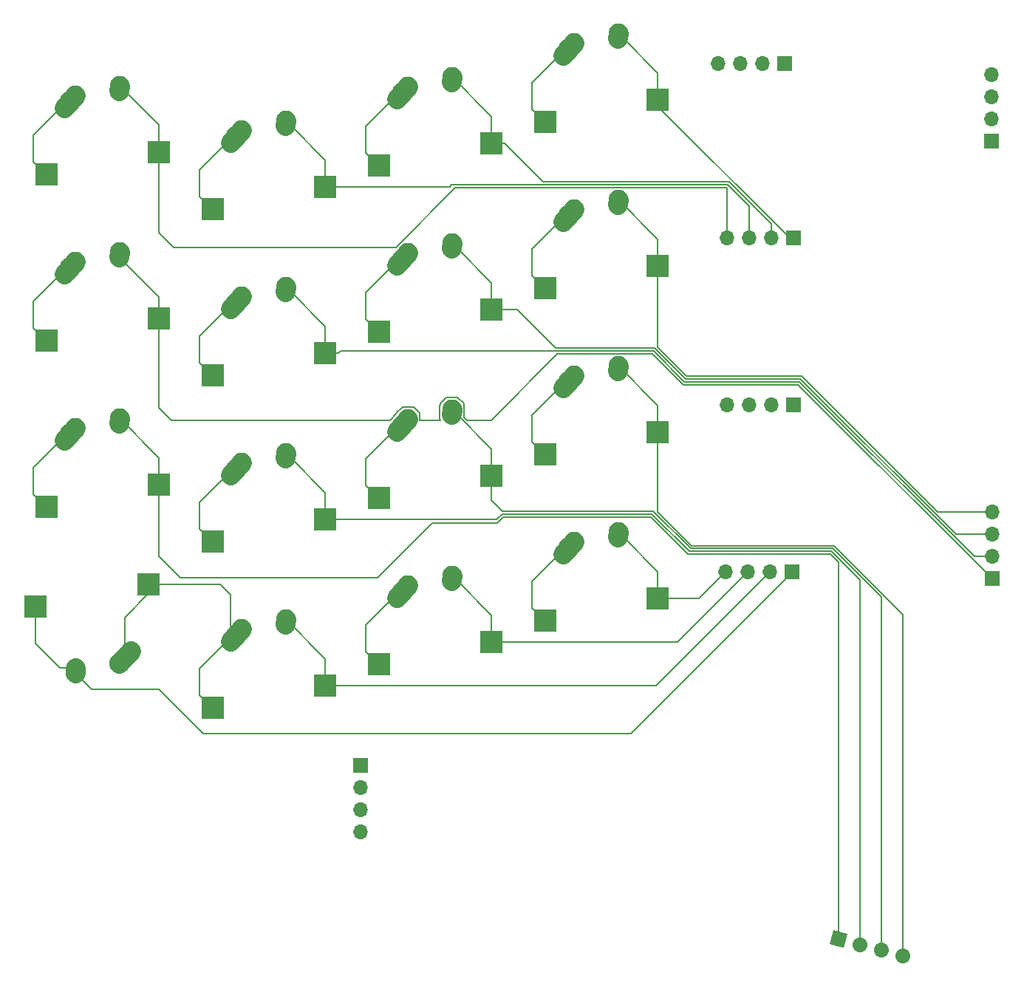
<source format=gbr>
G04 #@! TF.GenerationSoftware,KiCad,Pcbnew,(5.1.4)-1*
G04 #@! TF.CreationDate,2023-02-10T21:14:21-05:00*
G04 #@! TF.ProjectId,ThumbsUp,5468756d-6273-4557-902e-6b696361645f,rev?*
G04 #@! TF.SameCoordinates,Original*
G04 #@! TF.FileFunction,Copper,L2,Bot*
G04 #@! TF.FilePolarity,Positive*
%FSLAX46Y46*%
G04 Gerber Fmt 4.6, Leading zero omitted, Abs format (unit mm)*
G04 Created by KiCad (PCBNEW (5.1.4)-1) date 2023-02-10 21:14:21*
%MOMM*%
%LPD*%
G04 APERTURE LIST*
%ADD10O,1.700000X1.700000*%
%ADD11R,1.700000X1.700000*%
%ADD12R,2.550000X2.500000*%
%ADD13C,2.250000*%
%ADD14C,2.250000*%
%ADD15C,1.700000*%
%ADD16C,1.700000*%
%ADD17C,0.100000*%
%ADD18C,0.200000*%
%ADD19C,0.250000*%
G04 APERTURE END LIST*
D10*
X95876974Y-556520972D03*
X98416974Y-556520972D03*
X100956974Y-556520972D03*
D11*
X103496974Y-556520972D03*
D10*
X126440599Y-549724893D03*
X126440599Y-552264893D03*
X126440599Y-554804893D03*
D11*
X126440599Y-557344893D03*
D10*
X96034161Y-537435202D03*
X98574161Y-537435202D03*
X101114161Y-537435202D03*
D11*
X103654161Y-537435202D03*
D10*
X96016291Y-518315542D03*
X98556291Y-518315542D03*
X101096291Y-518315542D03*
D11*
X103636291Y-518315542D03*
D12*
X69067790Y-564602952D03*
X56140790Y-567142952D03*
D13*
X59482790Y-558062952D03*
X58827791Y-558792952D03*
D14*
X58172790Y-559522952D02*
X59482792Y-558062952D01*
D13*
X64522790Y-556982952D03*
X64502790Y-557272952D03*
D14*
X64482790Y-557562952D02*
X64522790Y-556982952D01*
D12*
X88117790Y-521502952D03*
X75190790Y-524042952D03*
D13*
X78532790Y-514962952D03*
X77877791Y-515692952D03*
D14*
X77222790Y-516422952D02*
X78532792Y-514962952D01*
D13*
X83572790Y-513882952D03*
X83552790Y-514172952D03*
D14*
X83532790Y-514462952D02*
X83572790Y-513882952D01*
D12*
X50017789Y-569602952D03*
X37090789Y-572142952D03*
D13*
X40432789Y-563062952D03*
X39777790Y-563792952D03*
D14*
X39122789Y-564522952D02*
X40432791Y-563062952D01*
D13*
X45472789Y-561982952D03*
X45452789Y-562272952D03*
D14*
X45432789Y-562562952D02*
X45472789Y-561982952D01*
D12*
X88117789Y-540552952D03*
X75190789Y-543092952D03*
D13*
X78532789Y-534012952D03*
X77877790Y-534742952D03*
D14*
X77222789Y-535472952D02*
X78532791Y-534012952D01*
D13*
X83572789Y-532932952D03*
X83552789Y-533222952D03*
D14*
X83532789Y-533512952D02*
X83572789Y-532932952D01*
D12*
X69067789Y-526502953D03*
X56140789Y-529042953D03*
D13*
X59482789Y-519962953D03*
X58827790Y-520692953D03*
D14*
X58172789Y-521422953D02*
X59482791Y-519962953D01*
D13*
X64522789Y-518882953D03*
X64502789Y-519172953D03*
D14*
X64482789Y-519462953D02*
X64522789Y-518882953D01*
D12*
X16797789Y-560522952D03*
X29724789Y-557982952D03*
D13*
X26382789Y-567062952D03*
X27037788Y-566332952D03*
D14*
X27692789Y-565602952D02*
X26382787Y-567062952D01*
D13*
X21342789Y-568142952D03*
X21362789Y-567852952D03*
D14*
X21382789Y-567562952D02*
X21342789Y-568142952D01*
D12*
X30967789Y-527502953D03*
X18040789Y-530042953D03*
D13*
X21382789Y-520962953D03*
X20727790Y-521692953D03*
D14*
X20072789Y-522422953D02*
X21382791Y-520962953D01*
D13*
X26422789Y-519882953D03*
X26402789Y-520172953D03*
D14*
X26382789Y-520462953D02*
X26422789Y-519882953D01*
D12*
X88117789Y-559602952D03*
X75190789Y-562142952D03*
D13*
X78532789Y-553062952D03*
X77877790Y-553792952D03*
D14*
X77222789Y-554522952D02*
X78532791Y-553062952D01*
D13*
X83572789Y-551982952D03*
X83552789Y-552272952D03*
D14*
X83532789Y-552562952D02*
X83572789Y-551982952D01*
D12*
X30967790Y-546552952D03*
X18040790Y-549092952D03*
D13*
X21382790Y-540012952D03*
X20727791Y-540742952D03*
D14*
X20072790Y-541472952D02*
X21382792Y-540012952D01*
D13*
X26422790Y-538932952D03*
X26402790Y-539222952D03*
D14*
X26382790Y-539512952D02*
X26422790Y-538932952D01*
D12*
X69067789Y-545552952D03*
X56140789Y-548092952D03*
D13*
X59482789Y-539012952D03*
X58827790Y-539742952D03*
D14*
X58172789Y-540472952D02*
X59482791Y-539012952D01*
D13*
X64522789Y-537932952D03*
X64502789Y-538222952D03*
D14*
X64482789Y-538512952D02*
X64522789Y-537932952D01*
D10*
X126376095Y-499598305D03*
X126376095Y-502138305D03*
X126376095Y-504678305D03*
D11*
X126376095Y-507218305D03*
D10*
X54032789Y-586312952D03*
X54032789Y-583772952D03*
X54032789Y-581232952D03*
D11*
X54032789Y-578692952D03*
D15*
X116193145Y-600585153D03*
D16*
X116193145Y-600585153D02*
X116193145Y-600585153D01*
D15*
X113739693Y-599927753D03*
D16*
X113739693Y-599927753D02*
X113739693Y-599927753D01*
D15*
X111286242Y-599270352D03*
D16*
X111286242Y-599270352D02*
X111286242Y-599270352D01*
D15*
X108832790Y-598612952D03*
D17*
G36*
X109433831Y-599653985D02*
G01*
X107791757Y-599213993D01*
X108231749Y-597571919D01*
X109873823Y-598011911D01*
X109433831Y-599653985D01*
X109433831Y-599653985D01*
G37*
D12*
X50017790Y-550552952D03*
X37090790Y-553092952D03*
D13*
X40432790Y-544012952D03*
X39777791Y-544742952D03*
D14*
X39122790Y-545472952D02*
X40432792Y-544012952D01*
D13*
X45472790Y-542932952D03*
X45452790Y-543222952D03*
D14*
X45432790Y-543512952D02*
X45472790Y-542932952D01*
D10*
X95016291Y-498315542D03*
X97556291Y-498315542D03*
X100096291Y-498315542D03*
D11*
X102636291Y-498315542D03*
D12*
X50017789Y-531502952D03*
X37090789Y-534042952D03*
D13*
X40432789Y-524962952D03*
X39777790Y-525692952D03*
D14*
X39122789Y-526422952D02*
X40432791Y-524962952D01*
D13*
X45472789Y-523882952D03*
X45452789Y-524172952D03*
D14*
X45432789Y-524462952D02*
X45472789Y-523882952D01*
D12*
X69067789Y-507440000D03*
X56140789Y-509980000D03*
D13*
X59482789Y-500900000D03*
X58827790Y-501630000D03*
D14*
X58172789Y-502360000D02*
X59482791Y-500900000D01*
D13*
X64522789Y-499820000D03*
X64502789Y-500110000D03*
D14*
X64482789Y-500400000D02*
X64522789Y-499820000D01*
D12*
X50017789Y-512440000D03*
X37090789Y-514980000D03*
D13*
X40432789Y-505900000D03*
X39777790Y-506630000D03*
D14*
X39122789Y-507360000D02*
X40432791Y-505900000D01*
D13*
X45472789Y-504820000D03*
X45452789Y-505110000D03*
D14*
X45432789Y-505400000D02*
X45472789Y-504820000D01*
D12*
X88117790Y-502440000D03*
X75190790Y-504980000D03*
D13*
X78532790Y-495900000D03*
X77877791Y-496630000D03*
D14*
X77222790Y-497360000D02*
X78532792Y-495900000D01*
D13*
X83572790Y-494820000D03*
X83552790Y-495110000D03*
D14*
X83532790Y-495400000D02*
X83572790Y-494820000D01*
D12*
X30967789Y-508440000D03*
X18040789Y-510980000D03*
D13*
X21382789Y-501900000D03*
X20727790Y-502630000D03*
D14*
X20072789Y-503360000D02*
X21382791Y-501900000D01*
D13*
X26422789Y-500820000D03*
X26402789Y-501110000D03*
D14*
X26382789Y-501400000D02*
X26422789Y-500820000D01*
D18*
X88117789Y-537477952D02*
X83572789Y-532932952D01*
X91987386Y-553550000D02*
X88117789Y-549680401D01*
X108287389Y-553550000D02*
X91987386Y-553550000D01*
X116193145Y-561455756D02*
X108287389Y-553550000D01*
X116193145Y-600585153D02*
X116193145Y-561455756D01*
X88117789Y-542002952D02*
X88117789Y-540552952D01*
X88117789Y-540552952D02*
X88117789Y-537477952D01*
X88117789Y-549680401D02*
X88117789Y-542002952D01*
X91851935Y-553877011D02*
X87570905Y-549595979D01*
X108151937Y-553877011D02*
X91851935Y-553877011D01*
X70295979Y-549595979D02*
X69050000Y-548350000D01*
X87570905Y-549595979D02*
X70295979Y-549595979D01*
X113739693Y-599927753D02*
X113739693Y-559464767D01*
X113739693Y-559464767D02*
X108151937Y-553877011D01*
X69067789Y-545552952D02*
X69067789Y-542477952D01*
X69067789Y-542477952D02*
X65102789Y-538512952D01*
X69050000Y-545552952D02*
X69067789Y-545552952D01*
X65102789Y-538512952D02*
X64482789Y-538512952D01*
X69050000Y-548350000D02*
X69050000Y-545552952D01*
X70264548Y-549922989D02*
X69634586Y-550552952D01*
X91716484Y-554204022D02*
X87435451Y-549922989D01*
X51492790Y-550552952D02*
X50017790Y-550552952D01*
X87435451Y-549922989D02*
X70264548Y-549922989D01*
X108016485Y-554204022D02*
X91716484Y-554204022D01*
X69634586Y-550552952D02*
X51492790Y-550552952D01*
X46052790Y-543512952D02*
X45432790Y-543512952D01*
X111286242Y-599270352D02*
X111286242Y-557473779D01*
X50017790Y-550552952D02*
X50017790Y-547477952D01*
X50017790Y-547477952D02*
X46052790Y-543512952D01*
X111286242Y-557473779D02*
X108016485Y-554204022D01*
X108832790Y-598612952D02*
X108832790Y-555482790D01*
X56012000Y-557188000D02*
X33350000Y-557188000D01*
X30967790Y-554805790D02*
X30967790Y-548002952D01*
X69672989Y-550977011D02*
X62222989Y-550977011D01*
X30967790Y-543477952D02*
X26422790Y-538932952D01*
X70400000Y-550250000D02*
X69672989Y-550977011D01*
X30967790Y-546552952D02*
X30967790Y-543477952D01*
X91581032Y-554531033D02*
X87299999Y-550250000D01*
X30967790Y-548002952D02*
X30967790Y-546552952D01*
X87299999Y-550250000D02*
X70400000Y-550250000D01*
X107881033Y-554531033D02*
X91581032Y-554531033D01*
X33350000Y-557188000D02*
X30967790Y-554805790D01*
X62222989Y-550977011D02*
X56012000Y-557188000D01*
X108832790Y-555482790D02*
X107881033Y-554531033D01*
X58833828Y-537660951D02*
X58130788Y-538363991D01*
X91008000Y-535090000D02*
X87498951Y-531580951D01*
X63170788Y-537283991D02*
X63170788Y-537373191D01*
X63212073Y-539154000D02*
X60834790Y-539154000D01*
X104185706Y-535090000D02*
X91008000Y-535090000D01*
X30967789Y-528952953D02*
X30967789Y-527502953D01*
X65874790Y-537283991D02*
X65171750Y-536580951D01*
X76569049Y-531580951D02*
X68996000Y-539154000D01*
X63873828Y-536580951D02*
X63170788Y-537283991D01*
X58130788Y-538363991D02*
X58130788Y-538455249D01*
X63133445Y-537410534D02*
X63133445Y-539075372D01*
X30967789Y-525047953D02*
X30967789Y-527502953D01*
X63170788Y-537373191D02*
X63133445Y-537410534D01*
X65171750Y-536580951D02*
X63873828Y-536580951D01*
X63133445Y-539075372D02*
X63212073Y-539154000D01*
X87498951Y-531580951D02*
X76569049Y-531580951D01*
X30967789Y-537787789D02*
X30967789Y-528952953D01*
X60834790Y-538363991D02*
X60131750Y-537660951D01*
X32334000Y-539154000D02*
X30967789Y-537787789D01*
X26382789Y-520462953D02*
X30967789Y-525047953D01*
X58130788Y-538455249D02*
X57432037Y-539154000D01*
X65872133Y-538584570D02*
X65874790Y-538581913D01*
X126440599Y-557344893D02*
X104185706Y-535090000D01*
X60834790Y-539154000D02*
X60834790Y-538363991D01*
X65874790Y-538581913D02*
X65874790Y-537283991D01*
X57432037Y-539154000D02*
X32334000Y-539154000D01*
X66206297Y-539154000D02*
X65872133Y-538819836D01*
X65872133Y-538819836D02*
X65872133Y-538584570D01*
X68996000Y-539154000D02*
X66206297Y-539154000D01*
X60131750Y-537660951D02*
X58833828Y-537660951D01*
X87634403Y-531253940D02*
X51741800Y-531253941D01*
X124363061Y-554804893D02*
X104321158Y-534762989D01*
X104321158Y-534762989D02*
X91143451Y-534762989D01*
X51492789Y-531502952D02*
X50017789Y-531502952D01*
X91143451Y-534762989D02*
X87634403Y-531253940D01*
X126440599Y-554804893D02*
X124363061Y-554804893D01*
X50017789Y-528427952D02*
X46052789Y-524462952D01*
X50017789Y-531502952D02*
X50017789Y-528427952D01*
X46052789Y-524462952D02*
X45432789Y-524462952D01*
X51741800Y-531253941D02*
X51492789Y-531502952D01*
X91278902Y-534435978D02*
X87769855Y-530926930D01*
X70542789Y-526502953D02*
X69067789Y-526502953D01*
X122285524Y-552264893D02*
X104456610Y-534435978D01*
X104456610Y-534435978D02*
X91278902Y-534435978D01*
X76430930Y-530926930D02*
X72006953Y-526502953D01*
X69067789Y-523427953D02*
X65102789Y-519462953D01*
X65102789Y-519462953D02*
X64482789Y-519462953D01*
X126440599Y-552264893D02*
X122285524Y-552264893D01*
X72006953Y-526502953D02*
X70542789Y-526502953D01*
X69067789Y-526502953D02*
X69067789Y-523427953D01*
X87769855Y-530926930D02*
X76430930Y-530926930D01*
X120207989Y-549724893D02*
X104592062Y-534108967D01*
X88117790Y-521502952D02*
X88117790Y-518427952D01*
X88117790Y-518427952D02*
X83572790Y-513882952D01*
X88117790Y-522952952D02*
X88117790Y-521502952D01*
X88117790Y-530812403D02*
X88117790Y-522952952D01*
X91414353Y-534108967D02*
X88117790Y-530812403D01*
X104592062Y-534108967D02*
X91414353Y-534108967D01*
X126440599Y-549724893D02*
X120207989Y-549724893D01*
X103636291Y-518315542D02*
X103235542Y-518315542D01*
X88117790Y-502440000D02*
X88117790Y-499365000D01*
X88117790Y-503197790D02*
X88117790Y-502440000D01*
X88117790Y-499365000D02*
X84152790Y-495400000D01*
X103235542Y-518315542D02*
X88117790Y-503197790D01*
X84152790Y-495400000D02*
X83532790Y-495400000D01*
X70542789Y-507442789D02*
X70542789Y-507440000D01*
X69067789Y-507440000D02*
X69067789Y-504365000D01*
X101096291Y-516686026D02*
X96287195Y-511876930D01*
X70542789Y-507440000D02*
X69067789Y-507440000D01*
X74976930Y-511876930D02*
X70542789Y-507442789D01*
X69067789Y-504365000D02*
X64522789Y-499820000D01*
X101096291Y-518315542D02*
X101096291Y-516686026D01*
X96287195Y-511876930D02*
X74976930Y-511876930D01*
X98556291Y-514608488D02*
X96151743Y-512203940D01*
X51492789Y-512440000D02*
X50017789Y-512440000D01*
X96151743Y-512203940D02*
X64496059Y-512203941D01*
X50017789Y-512440000D02*
X50017789Y-509365000D01*
X50017789Y-509365000D02*
X46052789Y-505400000D01*
X98556291Y-518315542D02*
X98556291Y-514608488D01*
X46052789Y-505400000D02*
X45432789Y-505400000D01*
X64260000Y-512440000D02*
X51492789Y-512440000D01*
X64496059Y-512203941D02*
X64260000Y-512440000D01*
X32588000Y-519342000D02*
X30967789Y-517721789D01*
X30967789Y-517721789D02*
X30967789Y-509890000D01*
X64913829Y-512530951D02*
X58102780Y-519342000D01*
X58102780Y-519342000D02*
X32588000Y-519342000D01*
X30967789Y-505365000D02*
X26422789Y-500820000D01*
X96016291Y-518315542D02*
X96016291Y-512530951D01*
X96016291Y-512530951D02*
X64913829Y-512530951D01*
X30967789Y-509890000D02*
X30967789Y-508440000D01*
X30967789Y-508440000D02*
X30967789Y-505365000D01*
X27000000Y-564910163D02*
X27000000Y-561760000D01*
X39122789Y-559150789D02*
X37954952Y-557982952D01*
X39122789Y-564522952D02*
X39122789Y-559150789D01*
X27692789Y-565602952D02*
X27000000Y-564910163D01*
X37954952Y-557982952D02*
X29724789Y-557982952D01*
X27000000Y-561760000D02*
X29724789Y-559035211D01*
X29724789Y-559035211D02*
X29724789Y-557982952D01*
X57811827Y-502360000D02*
X54665789Y-505506038D01*
X37065789Y-572142952D02*
X37090789Y-572142952D01*
X54665789Y-546642952D02*
X56115789Y-548092952D01*
X16565789Y-506506038D02*
X16565789Y-509530000D01*
X58172790Y-559522952D02*
X57811828Y-559522952D01*
X35615789Y-510506038D02*
X35615789Y-513530000D01*
X16565789Y-509530000D02*
X18015789Y-510980000D01*
X37065789Y-514980000D02*
X37090789Y-514980000D01*
X58172789Y-502360000D02*
X57811827Y-502360000D01*
X56115789Y-529042953D02*
X56140789Y-529042953D01*
X58172789Y-540472952D02*
X57811827Y-540472952D01*
X56115789Y-548092952D02*
X56140789Y-548092952D01*
X35615789Y-567668990D02*
X35615789Y-570692952D01*
X54665789Y-543618990D02*
X54665789Y-546642952D01*
X18015789Y-510980000D02*
X18040789Y-510980000D01*
X39122789Y-507360000D02*
X38761827Y-507360000D01*
X38761828Y-545472952D02*
X35615790Y-548618990D01*
X57811827Y-540472952D02*
X54665789Y-543618990D01*
X57811828Y-559522952D02*
X54665790Y-562668990D01*
X16565789Y-525568991D02*
X16565789Y-528592953D01*
X19711827Y-503360000D02*
X16565789Y-506506038D01*
X54665789Y-508530000D02*
X56115789Y-509980000D01*
X54665789Y-524568991D02*
X54665789Y-527592953D01*
X39122789Y-526422952D02*
X38761827Y-526422952D01*
X38761827Y-564522952D02*
X35615789Y-567668990D01*
X35615789Y-513530000D02*
X37065789Y-514980000D01*
X54665789Y-527592953D02*
X56115789Y-529042953D01*
X39122789Y-564522952D02*
X38761827Y-564522952D01*
X37065789Y-534042952D02*
X37090789Y-534042952D01*
X35615790Y-551642952D02*
X37065790Y-553092952D01*
X56115789Y-509980000D02*
X56140789Y-509980000D01*
X38761827Y-507360000D02*
X35615789Y-510506038D01*
X37065790Y-553092952D02*
X37090790Y-553092952D01*
X38761827Y-526422952D02*
X35615789Y-529568990D01*
X20072789Y-522422953D02*
X19711827Y-522422953D01*
X35615789Y-570692952D02*
X37065789Y-572142952D01*
X39122790Y-545472952D02*
X38761828Y-545472952D01*
X39122789Y-564522952D02*
X38727048Y-564522952D01*
X54665789Y-505506038D02*
X54665789Y-508530000D01*
X16565789Y-528592953D02*
X18015789Y-530042953D01*
X38727048Y-564522952D02*
X37647048Y-565602952D01*
X20072790Y-541472952D02*
X19711828Y-541472952D01*
X19711828Y-541472952D02*
X16565790Y-544618990D01*
X16565790Y-544618990D02*
X16565790Y-547642952D01*
X18015789Y-530042953D02*
X18040789Y-530042953D01*
X35615789Y-529568990D02*
X35615789Y-532592952D01*
X35615790Y-548618990D02*
X35615790Y-551642952D01*
X16565790Y-547642952D02*
X18015790Y-549092952D01*
X18015790Y-549092952D02*
X18040790Y-549092952D01*
X19711827Y-522422953D02*
X16565789Y-525568991D01*
X20072789Y-503360000D02*
X19711827Y-503360000D01*
X58172789Y-521422953D02*
X57811827Y-521422953D01*
X57811827Y-521422953D02*
X54665789Y-524568991D01*
X35615789Y-532592952D02*
X37065789Y-534042952D01*
D19*
X77944190Y-514112942D02*
X78075995Y-514244747D01*
D18*
X73715790Y-500506038D02*
X73715790Y-503530000D01*
X54665790Y-565692952D02*
X56115790Y-567142952D01*
X75165789Y-562142952D02*
X75190789Y-562142952D01*
D19*
X101114161Y-537435202D02*
X101114161Y-537985839D01*
D18*
X77222789Y-535472952D02*
X76861827Y-535472952D01*
X75165790Y-524042952D02*
X75190790Y-524042952D01*
X75165789Y-543092952D02*
X75190789Y-543092952D01*
X76861828Y-497360000D02*
X73715790Y-500506038D01*
X73715790Y-522592952D02*
X75165790Y-524042952D01*
X77222790Y-497360000D02*
X76861828Y-497360000D01*
X54665790Y-562668990D02*
X54665790Y-565692952D01*
X56115790Y-567142952D02*
X56140790Y-567142952D01*
X77222789Y-554522952D02*
X76861827Y-554522952D01*
X76861827Y-554522952D02*
X73715789Y-557668990D01*
X73715789Y-557668990D02*
X73715789Y-560692952D01*
X73715789Y-541642952D02*
X75165789Y-543092952D01*
X73715789Y-560692952D02*
X75165789Y-562142952D01*
X76861827Y-535472952D02*
X73715789Y-538618990D01*
X73715789Y-538618990D02*
X73715789Y-541642952D01*
X77222790Y-516422952D02*
X76861828Y-516422952D01*
X73715790Y-503530000D02*
X75165790Y-504980000D01*
X75165790Y-504980000D02*
X75190790Y-504980000D01*
X76861828Y-516422952D02*
X73715790Y-519568990D01*
X73715790Y-519568990D02*
X73715790Y-522592952D01*
X30967789Y-570017789D02*
X23217626Y-570017789D01*
X21382789Y-568182952D02*
X21382789Y-567562952D01*
X103496974Y-556603026D02*
X85050000Y-575050000D01*
X103496974Y-556520972D02*
X103496974Y-556603026D01*
X36000000Y-575050000D02*
X30967789Y-570017789D01*
X85050000Y-575050000D02*
X36000000Y-575050000D01*
X16797789Y-564747789D02*
X16797789Y-560522952D01*
X23217626Y-570017789D02*
X21382789Y-568182952D01*
X19612952Y-567562952D02*
X16797789Y-564747789D01*
X21382789Y-567562952D02*
X19612952Y-567562952D01*
X50017789Y-566527952D02*
X45472789Y-561982952D01*
X87874994Y-569602952D02*
X50017789Y-569602952D01*
X100956974Y-556520972D02*
X87874994Y-569602952D01*
X50017789Y-569602952D02*
X50017789Y-566527952D01*
X69067790Y-561527952D02*
X65102790Y-557562952D01*
X90334994Y-564602952D02*
X69067790Y-564602952D01*
X65102790Y-557562952D02*
X64482790Y-557562952D01*
X98416974Y-556520972D02*
X90334994Y-564602952D01*
X69067790Y-564602952D02*
X69067790Y-561527952D01*
X88117789Y-559602952D02*
X88117789Y-556527952D01*
X84152789Y-552562952D02*
X83532789Y-552562952D01*
X95876974Y-556520972D02*
X92794994Y-559602952D01*
X92794994Y-559602952D02*
X88117789Y-559602952D01*
X88117789Y-556527952D02*
X84152789Y-552562952D01*
M02*

</source>
